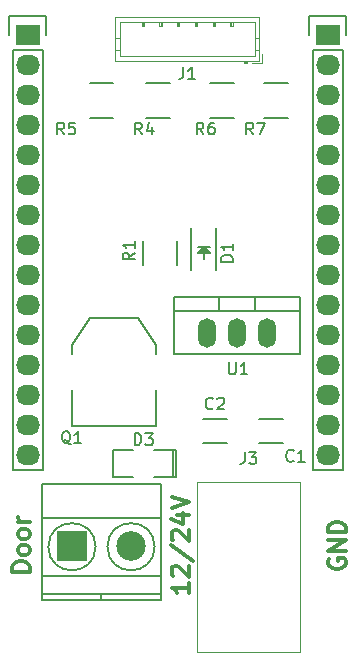
<source format=gbr>
%TF.GenerationSoftware,KiCad,Pcbnew,8.0.9-8.0.9-0~ubuntu24.04.1*%
%TF.CreationDate,2025-09-28T08:39:39-05:00*%
%TF.ProjectId,esp32_doorbot,65737033-325f-4646-9f6f-72626f742e6b,rev?*%
%TF.SameCoordinates,Original*%
%TF.FileFunction,Legend,Top*%
%TF.FilePolarity,Positive*%
%FSLAX46Y46*%
G04 Gerber Fmt 4.6, Leading zero omitted, Abs format (unit mm)*
G04 Created by KiCad (PCBNEW 8.0.9-8.0.9-0~ubuntu24.04.1) date 2025-09-28 08:39:39*
%MOMM*%
%LPD*%
G01*
G04 APERTURE LIST*
%ADD10C,0.300000*%
%ADD11C,0.150000*%
%ADD12C,0.120000*%
%ADD13R,2.500000X2.500000*%
%ADD14C,2.500000*%
%ADD15R,2.032000X1.727200*%
%ADD16O,2.032000X1.727200*%
%ADD17O,1.501140X2.499360*%
G04 APERTURE END LIST*
D10*
X100178328Y-145464285D02*
X98678328Y-145464285D01*
X98678328Y-145464285D02*
X98678328Y-145107142D01*
X98678328Y-145107142D02*
X98749757Y-144892856D01*
X98749757Y-144892856D02*
X98892614Y-144749999D01*
X98892614Y-144749999D02*
X99035471Y-144678570D01*
X99035471Y-144678570D02*
X99321185Y-144607142D01*
X99321185Y-144607142D02*
X99535471Y-144607142D01*
X99535471Y-144607142D02*
X99821185Y-144678570D01*
X99821185Y-144678570D02*
X99964042Y-144749999D01*
X99964042Y-144749999D02*
X100106900Y-144892856D01*
X100106900Y-144892856D02*
X100178328Y-145107142D01*
X100178328Y-145107142D02*
X100178328Y-145464285D01*
X100178328Y-143749999D02*
X100106900Y-143892856D01*
X100106900Y-143892856D02*
X100035471Y-143964285D01*
X100035471Y-143964285D02*
X99892614Y-144035713D01*
X99892614Y-144035713D02*
X99464042Y-144035713D01*
X99464042Y-144035713D02*
X99321185Y-143964285D01*
X99321185Y-143964285D02*
X99249757Y-143892856D01*
X99249757Y-143892856D02*
X99178328Y-143749999D01*
X99178328Y-143749999D02*
X99178328Y-143535713D01*
X99178328Y-143535713D02*
X99249757Y-143392856D01*
X99249757Y-143392856D02*
X99321185Y-143321428D01*
X99321185Y-143321428D02*
X99464042Y-143249999D01*
X99464042Y-143249999D02*
X99892614Y-143249999D01*
X99892614Y-143249999D02*
X100035471Y-143321428D01*
X100035471Y-143321428D02*
X100106900Y-143392856D01*
X100106900Y-143392856D02*
X100178328Y-143535713D01*
X100178328Y-143535713D02*
X100178328Y-143749999D01*
X100178328Y-142392856D02*
X100106900Y-142535713D01*
X100106900Y-142535713D02*
X100035471Y-142607142D01*
X100035471Y-142607142D02*
X99892614Y-142678570D01*
X99892614Y-142678570D02*
X99464042Y-142678570D01*
X99464042Y-142678570D02*
X99321185Y-142607142D01*
X99321185Y-142607142D02*
X99249757Y-142535713D01*
X99249757Y-142535713D02*
X99178328Y-142392856D01*
X99178328Y-142392856D02*
X99178328Y-142178570D01*
X99178328Y-142178570D02*
X99249757Y-142035713D01*
X99249757Y-142035713D02*
X99321185Y-141964285D01*
X99321185Y-141964285D02*
X99464042Y-141892856D01*
X99464042Y-141892856D02*
X99892614Y-141892856D01*
X99892614Y-141892856D02*
X100035471Y-141964285D01*
X100035471Y-141964285D02*
X100106900Y-142035713D01*
X100106900Y-142035713D02*
X100178328Y-142178570D01*
X100178328Y-142178570D02*
X100178328Y-142392856D01*
X100178328Y-141249999D02*
X99178328Y-141249999D01*
X99464042Y-141249999D02*
X99321185Y-141178570D01*
X99321185Y-141178570D02*
X99249757Y-141107142D01*
X99249757Y-141107142D02*
X99178328Y-140964284D01*
X99178328Y-140964284D02*
X99178328Y-140821427D01*
X125499757Y-144392856D02*
X125428328Y-144535714D01*
X125428328Y-144535714D02*
X125428328Y-144749999D01*
X125428328Y-144749999D02*
X125499757Y-144964285D01*
X125499757Y-144964285D02*
X125642614Y-145107142D01*
X125642614Y-145107142D02*
X125785471Y-145178571D01*
X125785471Y-145178571D02*
X126071185Y-145249999D01*
X126071185Y-145249999D02*
X126285471Y-145249999D01*
X126285471Y-145249999D02*
X126571185Y-145178571D01*
X126571185Y-145178571D02*
X126714042Y-145107142D01*
X126714042Y-145107142D02*
X126856900Y-144964285D01*
X126856900Y-144964285D02*
X126928328Y-144749999D01*
X126928328Y-144749999D02*
X126928328Y-144607142D01*
X126928328Y-144607142D02*
X126856900Y-144392856D01*
X126856900Y-144392856D02*
X126785471Y-144321428D01*
X126785471Y-144321428D02*
X126285471Y-144321428D01*
X126285471Y-144321428D02*
X126285471Y-144607142D01*
X126928328Y-143678571D02*
X125428328Y-143678571D01*
X125428328Y-143678571D02*
X126928328Y-142821428D01*
X126928328Y-142821428D02*
X125428328Y-142821428D01*
X126928328Y-142107142D02*
X125428328Y-142107142D01*
X125428328Y-142107142D02*
X125428328Y-141749999D01*
X125428328Y-141749999D02*
X125499757Y-141535713D01*
X125499757Y-141535713D02*
X125642614Y-141392856D01*
X125642614Y-141392856D02*
X125785471Y-141321427D01*
X125785471Y-141321427D02*
X126071185Y-141249999D01*
X126071185Y-141249999D02*
X126285471Y-141249999D01*
X126285471Y-141249999D02*
X126571185Y-141321427D01*
X126571185Y-141321427D02*
X126714042Y-141392856D01*
X126714042Y-141392856D02*
X126856900Y-141535713D01*
X126856900Y-141535713D02*
X126928328Y-141749999D01*
X126928328Y-141749999D02*
X126928328Y-142107142D01*
X113678328Y-146392855D02*
X113678328Y-147249998D01*
X113678328Y-146821427D02*
X112178328Y-146821427D01*
X112178328Y-146821427D02*
X112392614Y-146964284D01*
X112392614Y-146964284D02*
X112535471Y-147107141D01*
X112535471Y-147107141D02*
X112606900Y-147249998D01*
X112321185Y-145821427D02*
X112249757Y-145749999D01*
X112249757Y-145749999D02*
X112178328Y-145607142D01*
X112178328Y-145607142D02*
X112178328Y-145249999D01*
X112178328Y-145249999D02*
X112249757Y-145107142D01*
X112249757Y-145107142D02*
X112321185Y-145035713D01*
X112321185Y-145035713D02*
X112464042Y-144964284D01*
X112464042Y-144964284D02*
X112606900Y-144964284D01*
X112606900Y-144964284D02*
X112821185Y-145035713D01*
X112821185Y-145035713D02*
X113678328Y-145892856D01*
X113678328Y-145892856D02*
X113678328Y-144964284D01*
X112106900Y-143249999D02*
X114035471Y-144535713D01*
X112321185Y-142821427D02*
X112249757Y-142749999D01*
X112249757Y-142749999D02*
X112178328Y-142607142D01*
X112178328Y-142607142D02*
X112178328Y-142249999D01*
X112178328Y-142249999D02*
X112249757Y-142107142D01*
X112249757Y-142107142D02*
X112321185Y-142035713D01*
X112321185Y-142035713D02*
X112464042Y-141964284D01*
X112464042Y-141964284D02*
X112606900Y-141964284D01*
X112606900Y-141964284D02*
X112821185Y-142035713D01*
X112821185Y-142035713D02*
X113678328Y-142892856D01*
X113678328Y-142892856D02*
X113678328Y-141964284D01*
X112678328Y-140678571D02*
X113678328Y-140678571D01*
X112106900Y-141035713D02*
X113178328Y-141392856D01*
X113178328Y-141392856D02*
X113178328Y-140464285D01*
X112178328Y-140107142D02*
X113678328Y-139607142D01*
X113678328Y-139607142D02*
X112178328Y-139107142D01*
D11*
X122507333Y-136062580D02*
X122459714Y-136110200D01*
X122459714Y-136110200D02*
X122316857Y-136157819D01*
X122316857Y-136157819D02*
X122221619Y-136157819D01*
X122221619Y-136157819D02*
X122078762Y-136110200D01*
X122078762Y-136110200D02*
X121983524Y-136014961D01*
X121983524Y-136014961D02*
X121935905Y-135919723D01*
X121935905Y-135919723D02*
X121888286Y-135729247D01*
X121888286Y-135729247D02*
X121888286Y-135586390D01*
X121888286Y-135586390D02*
X121935905Y-135395914D01*
X121935905Y-135395914D02*
X121983524Y-135300676D01*
X121983524Y-135300676D02*
X122078762Y-135205438D01*
X122078762Y-135205438D02*
X122221619Y-135157819D01*
X122221619Y-135157819D02*
X122316857Y-135157819D01*
X122316857Y-135157819D02*
X122459714Y-135205438D01*
X122459714Y-135205438D02*
X122507333Y-135253057D01*
X123459714Y-136157819D02*
X122888286Y-136157819D01*
X123174000Y-136157819D02*
X123174000Y-135157819D01*
X123174000Y-135157819D02*
X123078762Y-135300676D01*
X123078762Y-135300676D02*
X122983524Y-135395914D01*
X122983524Y-135395914D02*
X122888286Y-135443533D01*
X113166666Y-102754819D02*
X113166666Y-103469104D01*
X113166666Y-103469104D02*
X113119047Y-103611961D01*
X113119047Y-103611961D02*
X113023809Y-103707200D01*
X113023809Y-103707200D02*
X112880952Y-103754819D01*
X112880952Y-103754819D02*
X112785714Y-103754819D01*
X114166666Y-103754819D02*
X113595238Y-103754819D01*
X113880952Y-103754819D02*
X113880952Y-102754819D01*
X113880952Y-102754819D02*
X113785714Y-102897676D01*
X113785714Y-102897676D02*
X113690476Y-102992914D01*
X113690476Y-102992914D02*
X113595238Y-103040533D01*
X118366666Y-135354819D02*
X118366666Y-136069104D01*
X118366666Y-136069104D02*
X118319047Y-136211961D01*
X118319047Y-136211961D02*
X118223809Y-136307200D01*
X118223809Y-136307200D02*
X118080952Y-136354819D01*
X118080952Y-136354819D02*
X117985714Y-136354819D01*
X118747619Y-135354819D02*
X119366666Y-135354819D01*
X119366666Y-135354819D02*
X119033333Y-135735771D01*
X119033333Y-135735771D02*
X119176190Y-135735771D01*
X119176190Y-135735771D02*
X119271428Y-135783390D01*
X119271428Y-135783390D02*
X119319047Y-135831009D01*
X119319047Y-135831009D02*
X119366666Y-135926247D01*
X119366666Y-135926247D02*
X119366666Y-136164342D01*
X119366666Y-136164342D02*
X119319047Y-136259580D01*
X119319047Y-136259580D02*
X119271428Y-136307200D01*
X119271428Y-136307200D02*
X119176190Y-136354819D01*
X119176190Y-136354819D02*
X118890476Y-136354819D01*
X118890476Y-136354819D02*
X118795238Y-136307200D01*
X118795238Y-136307200D02*
X118747619Y-136259580D01*
X109054819Y-118466666D02*
X108578628Y-118799999D01*
X109054819Y-119038094D02*
X108054819Y-119038094D01*
X108054819Y-119038094D02*
X108054819Y-118657142D01*
X108054819Y-118657142D02*
X108102438Y-118561904D01*
X108102438Y-118561904D02*
X108150057Y-118514285D01*
X108150057Y-118514285D02*
X108245295Y-118466666D01*
X108245295Y-118466666D02*
X108388152Y-118466666D01*
X108388152Y-118466666D02*
X108483390Y-118514285D01*
X108483390Y-118514285D02*
X108531009Y-118561904D01*
X108531009Y-118561904D02*
X108578628Y-118657142D01*
X108578628Y-118657142D02*
X108578628Y-119038094D01*
X109054819Y-117514285D02*
X109054819Y-118085713D01*
X109054819Y-117799999D02*
X108054819Y-117799999D01*
X108054819Y-117799999D02*
X108197676Y-117895237D01*
X108197676Y-117895237D02*
X108292914Y-117990475D01*
X108292914Y-117990475D02*
X108340533Y-118085713D01*
X117354819Y-119218234D02*
X116354819Y-119218234D01*
X116354819Y-119218234D02*
X116354819Y-118980139D01*
X116354819Y-118980139D02*
X116402438Y-118837282D01*
X116402438Y-118837282D02*
X116497676Y-118742044D01*
X116497676Y-118742044D02*
X116592914Y-118694425D01*
X116592914Y-118694425D02*
X116783390Y-118646806D01*
X116783390Y-118646806D02*
X116926247Y-118646806D01*
X116926247Y-118646806D02*
X117116723Y-118694425D01*
X117116723Y-118694425D02*
X117211961Y-118742044D01*
X117211961Y-118742044D02*
X117307200Y-118837282D01*
X117307200Y-118837282D02*
X117354819Y-118980139D01*
X117354819Y-118980139D02*
X117354819Y-119218234D01*
X117354819Y-117694425D02*
X117354819Y-118265853D01*
X117354819Y-117980139D02*
X116354819Y-117980139D01*
X116354819Y-117980139D02*
X116497676Y-118075377D01*
X116497676Y-118075377D02*
X116592914Y-118170615D01*
X116592914Y-118170615D02*
X116640533Y-118265853D01*
X109061905Y-134754819D02*
X109061905Y-133754819D01*
X109061905Y-133754819D02*
X109300000Y-133754819D01*
X109300000Y-133754819D02*
X109442857Y-133802438D01*
X109442857Y-133802438D02*
X109538095Y-133897676D01*
X109538095Y-133897676D02*
X109585714Y-133992914D01*
X109585714Y-133992914D02*
X109633333Y-134183390D01*
X109633333Y-134183390D02*
X109633333Y-134326247D01*
X109633333Y-134326247D02*
X109585714Y-134516723D01*
X109585714Y-134516723D02*
X109538095Y-134611961D01*
X109538095Y-134611961D02*
X109442857Y-134707200D01*
X109442857Y-134707200D02*
X109300000Y-134754819D01*
X109300000Y-134754819D02*
X109061905Y-134754819D01*
X109966667Y-133754819D02*
X110585714Y-133754819D01*
X110585714Y-133754819D02*
X110252381Y-134135771D01*
X110252381Y-134135771D02*
X110395238Y-134135771D01*
X110395238Y-134135771D02*
X110490476Y-134183390D01*
X110490476Y-134183390D02*
X110538095Y-134231009D01*
X110538095Y-134231009D02*
X110585714Y-134326247D01*
X110585714Y-134326247D02*
X110585714Y-134564342D01*
X110585714Y-134564342D02*
X110538095Y-134659580D01*
X110538095Y-134659580D02*
X110490476Y-134707200D01*
X110490476Y-134707200D02*
X110395238Y-134754819D01*
X110395238Y-134754819D02*
X110109524Y-134754819D01*
X110109524Y-134754819D02*
X110014286Y-134707200D01*
X110014286Y-134707200D02*
X109966667Y-134659580D01*
X109683333Y-108454819D02*
X109350000Y-107978628D01*
X109111905Y-108454819D02*
X109111905Y-107454819D01*
X109111905Y-107454819D02*
X109492857Y-107454819D01*
X109492857Y-107454819D02*
X109588095Y-107502438D01*
X109588095Y-107502438D02*
X109635714Y-107550057D01*
X109635714Y-107550057D02*
X109683333Y-107645295D01*
X109683333Y-107645295D02*
X109683333Y-107788152D01*
X109683333Y-107788152D02*
X109635714Y-107883390D01*
X109635714Y-107883390D02*
X109588095Y-107931009D01*
X109588095Y-107931009D02*
X109492857Y-107978628D01*
X109492857Y-107978628D02*
X109111905Y-107978628D01*
X110540476Y-107788152D02*
X110540476Y-108454819D01*
X110302381Y-107407200D02*
X110064286Y-108121485D01*
X110064286Y-108121485D02*
X110683333Y-108121485D01*
X103083333Y-108454819D02*
X102750000Y-107978628D01*
X102511905Y-108454819D02*
X102511905Y-107454819D01*
X102511905Y-107454819D02*
X102892857Y-107454819D01*
X102892857Y-107454819D02*
X102988095Y-107502438D01*
X102988095Y-107502438D02*
X103035714Y-107550057D01*
X103035714Y-107550057D02*
X103083333Y-107645295D01*
X103083333Y-107645295D02*
X103083333Y-107788152D01*
X103083333Y-107788152D02*
X103035714Y-107883390D01*
X103035714Y-107883390D02*
X102988095Y-107931009D01*
X102988095Y-107931009D02*
X102892857Y-107978628D01*
X102892857Y-107978628D02*
X102511905Y-107978628D01*
X103988095Y-107454819D02*
X103511905Y-107454819D01*
X103511905Y-107454819D02*
X103464286Y-107931009D01*
X103464286Y-107931009D02*
X103511905Y-107883390D01*
X103511905Y-107883390D02*
X103607143Y-107835771D01*
X103607143Y-107835771D02*
X103845238Y-107835771D01*
X103845238Y-107835771D02*
X103940476Y-107883390D01*
X103940476Y-107883390D02*
X103988095Y-107931009D01*
X103988095Y-107931009D02*
X104035714Y-108026247D01*
X104035714Y-108026247D02*
X104035714Y-108264342D01*
X104035714Y-108264342D02*
X103988095Y-108359580D01*
X103988095Y-108359580D02*
X103940476Y-108407200D01*
X103940476Y-108407200D02*
X103845238Y-108454819D01*
X103845238Y-108454819D02*
X103607143Y-108454819D01*
X103607143Y-108454819D02*
X103511905Y-108407200D01*
X103511905Y-108407200D02*
X103464286Y-108359580D01*
X114883333Y-108454819D02*
X114550000Y-107978628D01*
X114311905Y-108454819D02*
X114311905Y-107454819D01*
X114311905Y-107454819D02*
X114692857Y-107454819D01*
X114692857Y-107454819D02*
X114788095Y-107502438D01*
X114788095Y-107502438D02*
X114835714Y-107550057D01*
X114835714Y-107550057D02*
X114883333Y-107645295D01*
X114883333Y-107645295D02*
X114883333Y-107788152D01*
X114883333Y-107788152D02*
X114835714Y-107883390D01*
X114835714Y-107883390D02*
X114788095Y-107931009D01*
X114788095Y-107931009D02*
X114692857Y-107978628D01*
X114692857Y-107978628D02*
X114311905Y-107978628D01*
X115740476Y-107454819D02*
X115550000Y-107454819D01*
X115550000Y-107454819D02*
X115454762Y-107502438D01*
X115454762Y-107502438D02*
X115407143Y-107550057D01*
X115407143Y-107550057D02*
X115311905Y-107692914D01*
X115311905Y-107692914D02*
X115264286Y-107883390D01*
X115264286Y-107883390D02*
X115264286Y-108264342D01*
X115264286Y-108264342D02*
X115311905Y-108359580D01*
X115311905Y-108359580D02*
X115359524Y-108407200D01*
X115359524Y-108407200D02*
X115454762Y-108454819D01*
X115454762Y-108454819D02*
X115645238Y-108454819D01*
X115645238Y-108454819D02*
X115740476Y-108407200D01*
X115740476Y-108407200D02*
X115788095Y-108359580D01*
X115788095Y-108359580D02*
X115835714Y-108264342D01*
X115835714Y-108264342D02*
X115835714Y-108026247D01*
X115835714Y-108026247D02*
X115788095Y-107931009D01*
X115788095Y-107931009D02*
X115740476Y-107883390D01*
X115740476Y-107883390D02*
X115645238Y-107835771D01*
X115645238Y-107835771D02*
X115454762Y-107835771D01*
X115454762Y-107835771D02*
X115359524Y-107883390D01*
X115359524Y-107883390D02*
X115311905Y-107931009D01*
X115311905Y-107931009D02*
X115264286Y-108026247D01*
X119083333Y-108454819D02*
X118750000Y-107978628D01*
X118511905Y-108454819D02*
X118511905Y-107454819D01*
X118511905Y-107454819D02*
X118892857Y-107454819D01*
X118892857Y-107454819D02*
X118988095Y-107502438D01*
X118988095Y-107502438D02*
X119035714Y-107550057D01*
X119035714Y-107550057D02*
X119083333Y-107645295D01*
X119083333Y-107645295D02*
X119083333Y-107788152D01*
X119083333Y-107788152D02*
X119035714Y-107883390D01*
X119035714Y-107883390D02*
X118988095Y-107931009D01*
X118988095Y-107931009D02*
X118892857Y-107978628D01*
X118892857Y-107978628D02*
X118511905Y-107978628D01*
X119416667Y-107454819D02*
X120083333Y-107454819D01*
X120083333Y-107454819D02*
X119654762Y-108454819D01*
X103629761Y-134675057D02*
X103534523Y-134627438D01*
X103534523Y-134627438D02*
X103439285Y-134532200D01*
X103439285Y-134532200D02*
X103296428Y-134389342D01*
X103296428Y-134389342D02*
X103201190Y-134341723D01*
X103201190Y-134341723D02*
X103105952Y-134341723D01*
X103153571Y-134579819D02*
X103058333Y-134532200D01*
X103058333Y-134532200D02*
X102963095Y-134436961D01*
X102963095Y-134436961D02*
X102915476Y-134246485D01*
X102915476Y-134246485D02*
X102915476Y-133913152D01*
X102915476Y-133913152D02*
X102963095Y-133722676D01*
X102963095Y-133722676D02*
X103058333Y-133627438D01*
X103058333Y-133627438D02*
X103153571Y-133579819D01*
X103153571Y-133579819D02*
X103344047Y-133579819D01*
X103344047Y-133579819D02*
X103439285Y-133627438D01*
X103439285Y-133627438D02*
X103534523Y-133722676D01*
X103534523Y-133722676D02*
X103582142Y-133913152D01*
X103582142Y-133913152D02*
X103582142Y-134246485D01*
X103582142Y-134246485D02*
X103534523Y-134436961D01*
X103534523Y-134436961D02*
X103439285Y-134532200D01*
X103439285Y-134532200D02*
X103344047Y-134579819D01*
X103344047Y-134579819D02*
X103153571Y-134579819D01*
X104534523Y-134579819D02*
X103963095Y-134579819D01*
X104248809Y-134579819D02*
X104248809Y-133579819D01*
X104248809Y-133579819D02*
X104153571Y-133722676D01*
X104153571Y-133722676D02*
X104058333Y-133817914D01*
X104058333Y-133817914D02*
X103963095Y-133865533D01*
X115683333Y-131634580D02*
X115635714Y-131682200D01*
X115635714Y-131682200D02*
X115492857Y-131729819D01*
X115492857Y-131729819D02*
X115397619Y-131729819D01*
X115397619Y-131729819D02*
X115254762Y-131682200D01*
X115254762Y-131682200D02*
X115159524Y-131586961D01*
X115159524Y-131586961D02*
X115111905Y-131491723D01*
X115111905Y-131491723D02*
X115064286Y-131301247D01*
X115064286Y-131301247D02*
X115064286Y-131158390D01*
X115064286Y-131158390D02*
X115111905Y-130967914D01*
X115111905Y-130967914D02*
X115159524Y-130872676D01*
X115159524Y-130872676D02*
X115254762Y-130777438D01*
X115254762Y-130777438D02*
X115397619Y-130729819D01*
X115397619Y-130729819D02*
X115492857Y-130729819D01*
X115492857Y-130729819D02*
X115635714Y-130777438D01*
X115635714Y-130777438D02*
X115683333Y-130825057D01*
X116064286Y-130825057D02*
X116111905Y-130777438D01*
X116111905Y-130777438D02*
X116207143Y-130729819D01*
X116207143Y-130729819D02*
X116445238Y-130729819D01*
X116445238Y-130729819D02*
X116540476Y-130777438D01*
X116540476Y-130777438D02*
X116588095Y-130825057D01*
X116588095Y-130825057D02*
X116635714Y-130920295D01*
X116635714Y-130920295D02*
X116635714Y-131015533D01*
X116635714Y-131015533D02*
X116588095Y-131158390D01*
X116588095Y-131158390D02*
X116016667Y-131729819D01*
X116016667Y-131729819D02*
X116635714Y-131729819D01*
X117038095Y-127754819D02*
X117038095Y-128564342D01*
X117038095Y-128564342D02*
X117085714Y-128659580D01*
X117085714Y-128659580D02*
X117133333Y-128707200D01*
X117133333Y-128707200D02*
X117228571Y-128754819D01*
X117228571Y-128754819D02*
X117419047Y-128754819D01*
X117419047Y-128754819D02*
X117514285Y-128707200D01*
X117514285Y-128707200D02*
X117561904Y-128659580D01*
X117561904Y-128659580D02*
X117609523Y-128564342D01*
X117609523Y-128564342D02*
X117609523Y-127754819D01*
X118609523Y-128754819D02*
X118038095Y-128754819D01*
X118323809Y-128754819D02*
X118323809Y-127754819D01*
X118323809Y-127754819D02*
X118228571Y-127897676D01*
X118228571Y-127897676D02*
X118133333Y-127992914D01*
X118133333Y-127992914D02*
X118038095Y-128040533D01*
%TO.C,C1*%
X119600000Y-134600000D02*
X121600000Y-134600000D01*
X121600000Y-132550000D02*
X119600000Y-132550000D01*
D12*
%TO.C,J1*%
X107390000Y-98490000D02*
X107390000Y-102210000D01*
X107390000Y-100300000D02*
X107790000Y-100300000D01*
X107390000Y-101300000D02*
X107790000Y-101300000D01*
X107390000Y-102210000D02*
X119610000Y-102210000D01*
X107790000Y-98890000D02*
X107790000Y-101810000D01*
X107790000Y-101810000D02*
X119210000Y-101810000D01*
X109650000Y-99290000D02*
X109650000Y-98890000D01*
X109750000Y-98890000D02*
X109750000Y-99290000D01*
X109850000Y-98890000D02*
X109850000Y-99290000D01*
X109850000Y-99290000D02*
X109650000Y-99290000D01*
X111150000Y-99290000D02*
X111150000Y-98890000D01*
X111250000Y-98890000D02*
X111250000Y-99290000D01*
X111350000Y-98890000D02*
X111350000Y-99290000D01*
X111350000Y-99290000D02*
X111150000Y-99290000D01*
X112650000Y-99290000D02*
X112650000Y-98890000D01*
X112750000Y-98890000D02*
X112750000Y-99290000D01*
X112850000Y-98890000D02*
X112850000Y-99290000D01*
X112850000Y-99290000D02*
X112650000Y-99290000D01*
X114150000Y-99290000D02*
X114150000Y-98890000D01*
X114250000Y-98890000D02*
X114250000Y-99290000D01*
X114350000Y-98890000D02*
X114350000Y-99290000D01*
X114350000Y-99290000D02*
X114150000Y-99290000D01*
X115650000Y-99290000D02*
X115650000Y-98890000D01*
X115750000Y-98890000D02*
X115750000Y-99290000D01*
X115850000Y-98890000D02*
X115850000Y-99290000D01*
X115850000Y-99290000D02*
X115650000Y-99290000D01*
X117150000Y-99290000D02*
X117150000Y-98890000D01*
X117250000Y-98890000D02*
X117250000Y-99290000D01*
X117350000Y-98890000D02*
X117350000Y-99290000D01*
X117350000Y-99290000D02*
X117150000Y-99290000D01*
X118300000Y-102210000D02*
X118300000Y-102410000D01*
X118300000Y-102310000D02*
X118600000Y-102310000D01*
X118300000Y-102410000D02*
X118600000Y-102410000D01*
X118600000Y-102410000D02*
X118600000Y-102210000D01*
X119010000Y-102410000D02*
X119810000Y-102410000D01*
X119210000Y-98890000D02*
X107790000Y-98890000D01*
X119210000Y-101810000D02*
X119210000Y-98890000D01*
X119610000Y-98490000D02*
X107390000Y-98490000D01*
X119610000Y-100300000D02*
X119210000Y-100300000D01*
X119610000Y-101300000D02*
X119210000Y-101300000D01*
X119610000Y-102210000D02*
X119610000Y-98490000D01*
X119810000Y-102410000D02*
X119810000Y-101610000D01*
D11*
%TO.C,J2*%
X101250000Y-138056000D02*
X101250000Y-147856000D01*
X101250000Y-140956000D02*
X111250000Y-140956000D01*
X101250000Y-145856000D02*
X111250000Y-145856000D01*
X101250000Y-147356000D02*
X111250000Y-147356000D01*
X101250000Y-147856000D02*
X111250000Y-147856000D01*
X106250000Y-147356000D02*
X106250000Y-147856000D01*
X111250000Y-138056000D02*
X101250000Y-138056000D01*
X111250000Y-147856000D02*
X111250000Y-138056000D01*
X105750000Y-143356000D02*
G75*
G02*
X101750000Y-143356000I-2000000J0D01*
G01*
X101750000Y-143356000D02*
G75*
G02*
X105750000Y-143356000I2000000J0D01*
G01*
X110750000Y-143356000D02*
G75*
G02*
X106750000Y-143356000I-2000000J0D01*
G01*
X106750000Y-143356000D02*
G75*
G02*
X110750000Y-143356000I2000000J0D01*
G01*
%TO.C,J3*%
D12*
X114350000Y-137900000D02*
X123050000Y-137900000D01*
X123050000Y-152300000D01*
X114350000Y-152300000D01*
X114350000Y-137900000D01*
D11*
%TO.C,J4*%
X98450000Y-98450000D02*
X101550000Y-98450000D01*
X98450000Y-100000000D02*
X98450000Y-98450000D01*
X98730000Y-101270000D02*
X98730000Y-136830000D01*
X98730000Y-136830000D02*
X101270000Y-136830000D01*
X101270000Y-101270000D02*
X98730000Y-101270000D01*
X101270000Y-136830000D02*
X101270000Y-101270000D01*
X101550000Y-98450000D02*
X101550000Y-100000000D01*
%TO.C,J5*%
X123850000Y-98450000D02*
X126950000Y-98450000D01*
X123850000Y-100000000D02*
X123850000Y-98450000D01*
X124130000Y-101270000D02*
X124130000Y-136830000D01*
X124130000Y-136830000D02*
X126670000Y-136830000D01*
X126670000Y-101270000D02*
X124130000Y-101270000D01*
X126670000Y-136830000D02*
X126670000Y-101270000D01*
X126950000Y-98450000D02*
X126950000Y-100000000D01*
%TO.C,R1*%
X109725000Y-119500000D02*
X109725000Y-117500000D01*
X112675000Y-117500000D02*
X112675000Y-119500000D01*
%TO.C,D1*%
X113850000Y-116330140D02*
X113850000Y-119930140D01*
X114400000Y-118480140D02*
X114900000Y-117980140D01*
X114600000Y-118380140D02*
X114900000Y-118080140D01*
X114850000Y-118280140D02*
X114900000Y-118230140D01*
X114900000Y-117980140D02*
X115400000Y-118480140D01*
X114900000Y-118080140D02*
X115100000Y-118280140D01*
X114900000Y-118480140D02*
X114900000Y-118980140D01*
X115100000Y-118280140D02*
X114850000Y-118280140D01*
X115200000Y-118380140D02*
X114600000Y-118380140D01*
X115400000Y-117980140D02*
X114400000Y-117980140D01*
X115400000Y-118480140D02*
X114400000Y-118480140D01*
X115950000Y-116330140D02*
X115950000Y-119930140D01*
%TO.C,D3*%
X107260000Y-135157000D02*
X108911000Y-135157000D01*
X107260000Y-137443000D02*
X107260000Y-135157000D01*
X108911000Y-137443000D02*
X107260000Y-137443000D01*
X110689000Y-137443000D02*
X112340000Y-137443000D01*
X112340000Y-135157000D02*
X110689000Y-135157000D01*
X112340000Y-137443000D02*
X112340000Y-135157000D01*
X112340000Y-137443000D02*
X112594000Y-137443000D01*
X112594000Y-135157000D02*
X112340000Y-135157000D01*
X112594000Y-137443000D02*
X112594000Y-135157000D01*
%TO.C,R4*%
X110050000Y-104125000D02*
X112050000Y-104125000D01*
X112050000Y-107075000D02*
X110050000Y-107075000D01*
%TO.C,R5*%
X105250000Y-104125000D02*
X107250000Y-104125000D01*
X107250000Y-107075000D02*
X105250000Y-107075000D01*
%TO.C,R6*%
X115450000Y-104125000D02*
X117450000Y-104125000D01*
X117450000Y-107075000D02*
X115450000Y-107075000D01*
%TO.C,R7*%
X120050000Y-104125000D02*
X122050000Y-104125000D01*
X122050000Y-107075000D02*
X120050000Y-107075000D01*
%TO.C,Q1*%
X103750001Y-126311001D02*
X105274001Y-124025001D01*
X103750001Y-127073001D02*
X103750001Y-126311001D01*
X103750001Y-130121001D02*
X103750001Y-133169001D01*
X103750001Y-133169001D02*
X110862001Y-133169001D01*
X105274001Y-124025001D02*
X109338001Y-124025001D01*
X109338001Y-124025001D02*
X110862001Y-126311001D01*
X110862001Y-126311001D02*
X110862001Y-127073001D01*
X110862001Y-133169001D02*
X110862001Y-130121001D01*
%TO.C,C2*%
X114850000Y-134600000D02*
X116850000Y-134600000D01*
X116850000Y-132550000D02*
X114850000Y-132550000D01*
%TO.C,U1*%
X112416000Y-123395000D02*
X112416000Y-122252000D01*
X112416000Y-127078000D02*
X112416000Y-123395000D01*
X116226000Y-122252000D02*
X116226000Y-123395000D01*
X117750000Y-122252000D02*
X112416000Y-122252000D01*
X117750000Y-122252000D02*
X123084000Y-122252000D01*
X119274000Y-122252000D02*
X119274000Y-123395000D01*
X123084000Y-122252000D02*
X123084000Y-123395000D01*
X123084000Y-123395000D02*
X112416000Y-123395000D01*
X123084000Y-123395000D02*
X123084000Y-127078000D01*
X123084000Y-127078000D02*
X112416000Y-127078000D01*
%TD*%
D13*
%TO.C,J2*%
X103750000Y-143256000D03*
D14*
X108750000Y-143256000D03*
%TD*%
D15*
%TO.C,J4*%
X100000000Y-100000000D03*
D16*
X100000000Y-102540000D03*
X100000000Y-105080000D03*
X100000000Y-107620000D03*
X100000000Y-110160000D03*
X100000000Y-112700000D03*
X100000000Y-115240000D03*
X100000000Y-117780000D03*
X100000000Y-120320000D03*
X100000000Y-122860000D03*
X100000000Y-125400000D03*
X100000000Y-127940000D03*
X100000000Y-130480000D03*
X100000000Y-133020000D03*
X100000000Y-135560000D03*
%TD*%
D15*
%TO.C,J5*%
X125400000Y-100000000D03*
D16*
X125400000Y-102540000D03*
X125400000Y-105080000D03*
X125400000Y-107620000D03*
X125400000Y-110160000D03*
X125400000Y-112700000D03*
X125400000Y-115240000D03*
X125400000Y-117780000D03*
X125400000Y-120320000D03*
X125400000Y-122860000D03*
X125400000Y-125400000D03*
X125400000Y-127940000D03*
X125400000Y-130480000D03*
X125400000Y-133020000D03*
X125400000Y-135560000D03*
%TD*%
D17*
%TO.C,U1*%
X115210000Y-125300000D03*
X117750000Y-125300000D03*
X120290000Y-125300000D03*
%TD*%
M02*

</source>
